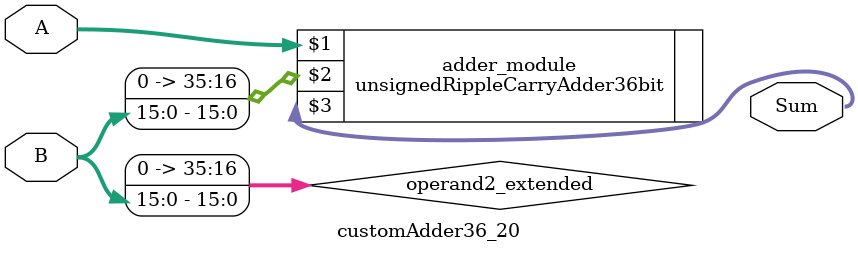
<source format=v>
module customAdder36_20(
                        input [35 : 0] A,
                        input [15 : 0] B,
                        
                        output [36 : 0] Sum
                );

        wire [35 : 0] operand2_extended;
        
        assign operand2_extended =  {20'b0, B};
        
        unsignedRippleCarryAdder36bit adder_module(
            A,
            operand2_extended,
            Sum
        );
        
        endmodule
        
</source>
